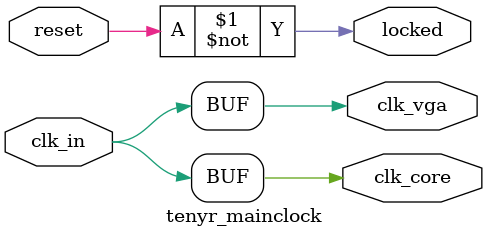
<source format=v>
`include "common.vh"
`timescale 1ms/10us

module tenyr_mainclock(
    input clk_in, reset, output locked,
    output clk_core, clk_vga
);

    assign locked   = ~reset;
    assign clk_core = clk_in;
    assign clk_vga  = clk_in;

endmodule


</source>
